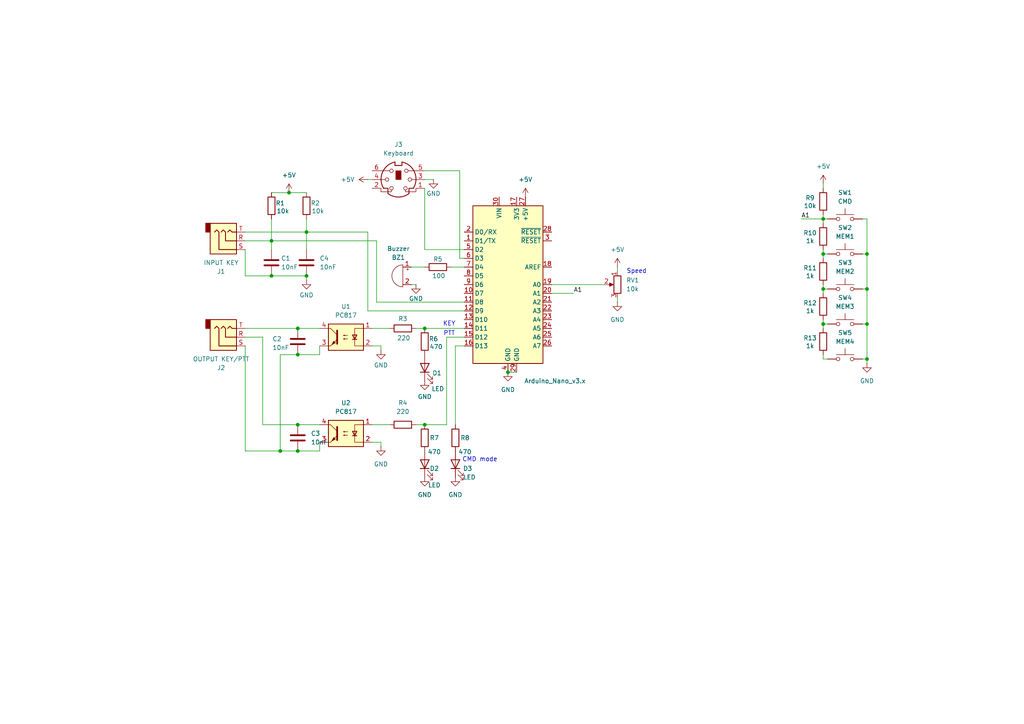
<source format=kicad_sch>
(kicad_sch (version 20250114) (generator "eeschema") (generator_version "9.0")
  (paper "A4")
  (lib_symbols
    (symbol "Connector:Mini-DIN-6" (pin_names (offset 1.016))
      (property "Reference" "J" (at 0 6.35 0))
      (property "Value" "Mini-DIN-6" (at 0 -6.35 0))
      (symbol "Mini-DIN-6_0_1"
        (polyline (pts (xy -4.318 -2.54) (xy -3.048 -2.54) (xy -3.048 -4.064)) (stroke (width 0.254)))
        (polyline (pts (xy -3.81 0) (xy -5.08 0)))
        (circle (center -3.302 0) (radius 0.508))
        (polyline (pts (xy -2.54 2.54) (xy -5.08 2.54)))
        (circle (center -2.032 2.54) (radius 0.508))
        (circle (center -2.032 -2.54) (radius 0.508))
        (polyline (pts (xy -2.032 -3.048) (xy -2.032 -3.556) (xy -5.08 -3.556) (xy -5.08 -2.54)))
        (polyline (pts (xy -1.016 5.08) (xy -1.016 4.064) (xy 1.016 4.064) (xy 1.016 5.08)) (stroke (width 0.254)))
        (rectangle (start -0.762 2.54) (end 0.762 0) (fill (type outline)))
        (arc (start 3.048 -4.064) (mid 0 -5.08) (end -3.048 -4.064) (stroke (width 0.254)))
        (arc (start 1.016 5.08) (mid 4.6646 2.1356) (end 4.318 -2.54) (stroke (width 0.254)))
        (arc (start -4.318 -2.54) (mid -4.6241 2.1181) (end -1.016 5.08) (stroke (width 0.254)))
        (circle (center 2.032 -2.54) (radius 0.508))
        (polyline (pts (xy 2.032 -3.048) (xy 2.032 -3.556) (xy 5.08 -3.556) (xy 5.08 -2.54)))
        (circle (center 2.286 2.54) (radius 0.508))
        (polyline (pts (xy 2.794 2.54) (xy 5.08 2.54)))
        (circle (center 3.302 0) (radius 0.508))
        (polyline (pts (xy 4.318 -2.54) (xy 3.048 -2.54) (xy 3.048 -4.064)) (stroke (width 0.254)))
        (polyline (pts (xy 5.08 0) (xy 3.81 0)))
      )
      (symbol "Mini-DIN-6_1_1"
        (pin passive line (at -7.62 2.54 0) (length 2.54) (name "~") (number "6"))
        (pin passive line (at -7.62 0 0) (length 2.54) (name "~") (number "4"))
        (pin passive line (at -7.62 -2.54 0) (length 2.54) (name "~") (number "2"))
        (pin passive line (at 7.62 2.54 180) (length 2.54) (name "~") (number "5"))
        (pin passive line (at 7.62 0 180) (length 2.54) (name "~") (number "3"))
        (pin passive line (at 7.62 -2.54 180) (length 2.54) (name "~") (number "1"))
      )
    )
    (symbol "Connector_Audio:AudioJack3"
      (property "Reference" "J" (at 0 8.89 0))
      (property "Value" "AudioJack3" (at 0 6.35 0))
      (symbol "AudioJack3_0_1"
        (rectangle (start -5.08 -5.08) (end -6.35 -2.54) (stroke (width 0.254)) (fill (type outline)))
        (polyline (pts (xy -1.905 -2.54) (xy -1.27 -3.175) (xy -0.635 -2.54) (xy -0.635 0) (xy 2.54 0)) (stroke (width 0.254)))
        (polyline (pts (xy 0 -2.54) (xy 0.635 -3.175) (xy 1.27 -2.54) (xy 2.54 -2.54)) (stroke (width 0.254)))
        (rectangle (start 2.54 3.81) (end -5.08 -5.08) (stroke (width 0.254)) (fill (type background)))
        (polyline (pts (xy 2.54 2.54) (xy -2.54 2.54) (xy -2.54 -2.54) (xy -3.175 -3.175) (xy -3.81 -2.54)) (stroke (width 0.254)))
      )
      (symbol "AudioJack3_1_1"
        (pin passive line (at 5.08 2.54 180) (length 2.54) (name "~") (number "S"))
        (pin passive line (at 5.08 0 180) (length 2.54) (name "~") (number "R"))
        (pin passive line (at 5.08 -2.54 180) (length 2.54) (name "~") (number "T"))
      )
    )
    (symbol "Device:Buzzer" (pin_names (offset 0.0254) (hide yes))
      (property "Reference" "BZ" (at 3.81 1.27 0))
      (property "Value" "Buzzer" (at 3.81 -1.27 0))
      (symbol "Buzzer_0_1"
        (polyline (pts (xy -1.651 1.905) (xy -1.143 1.905)))
        (polyline (pts (xy -1.397 2.159) (xy -1.397 1.651)))
        (arc (start 0 3.175) (mid 3.1612 0) (end 0 -3.175))
        (polyline (pts (xy 0 3.175) (xy 0 -3.175)))
      )
      (symbol "Buzzer_1_1"
        (pin passive line (at -2.54 2.54 0) (length 2.54) (name "+") (number "1"))
        (pin passive line (at -2.54 -2.54 0) (length 2.54) (name "-") (number "2"))
      )
    )
    (symbol "Device:C" (pin_numbers (hide yes)) (pin_names (offset 0.254))
      (property "Reference" "C" (at 0.635 2.54 0))
      (property "Value" "C" (at 0.635 -2.54 0))
      (symbol "C_0_1"
        (polyline (pts (xy -2.032 0.762) (xy 2.032 0.762)) (stroke (width 0.508)))
        (polyline (pts (xy -2.032 -0.762) (xy 2.032 -0.762)) (stroke (width 0.508)))
      )
      (symbol "C_1_1"
        (pin passive line (at 0 3.81 270) (length 2.794) (name "~") (number "1"))
        (pin passive line (at 0 -3.81 90) (length 2.794) (name "~") (number "2"))
      )
    )
    (symbol "Device:LED" (pin_numbers (hide yes)) (pin_names (offset 1.016) (hide yes))
      (property "Reference" "D" (at 0 2.54 0))
      (property "Value" "LED" (at 0 -2.54 0))
      (symbol "LED_0_1"
        (polyline (pts (xy -3.048 -0.762) (xy -4.572 -2.286) (xy -3.81 -2.286) (xy -4.572 -2.286) (xy -4.572 -1.524)))
        (polyline (pts (xy -1.778 -0.762) (xy -3.302 -2.286) (xy -2.54 -2.286) (xy -3.302 -2.286) (xy -3.302 -1.524)))
        (polyline (pts (xy -1.27 0) (xy 1.27 0)))
        (polyline (pts (xy -1.27 -1.27) (xy -1.27 1.27)) (stroke (width 0.254)))
        (polyline (pts (xy 1.27 -1.27) (xy 1.27 1.27) (xy -1.27 0) (xy 1.27 -1.27)) (stroke (width 0.254)))
      )
      (symbol "LED_1_1"
        (pin passive line (at -3.81 0 0) (length 2.54) (name "K") (number "1"))
        (pin passive line (at 3.81 0 180) (length 2.54) (name "A") (number "2"))
      )
    )
    (symbol "Device:R" (pin_numbers (hide yes)) (pin_names (offset 0))
      (property "Reference" "R" (at 2.032 0 90))
      (property "Value" "R" (at 0 0 90))
      (symbol "R_0_1"
        (rectangle (start -1.016 -2.54) (end 1.016 2.54) (stroke (width 0.254)))
      )
      (symbol "R_1_1"
        (pin passive line (at 0 3.81 270) (length 1.27) (name "~") (number "1"))
        (pin passive line (at 0 -3.81 90) (length 1.27) (name "~") (number "2"))
      )
    )
    (symbol "Device:R_Potentiometer" (pin_names (offset 1.016) (hide yes))
      (property "Reference" "RV" (at -4.445 0 90))
      (property "Value" "R_Potentiometer" (at -2.54 0 90))
      (symbol "R_Potentiometer_0_1"
        (rectangle (start 1.016 2.54) (end -1.016 -2.54) (stroke (width 0.254)))
        (polyline (pts (xy 1.143 0) (xy 2.286 0.508) (xy 2.286 -0.508) (xy 1.143 0)) (fill (type outline)))
        (polyline (pts (xy 2.54 0) (xy 1.524 0)))
      )
      (symbol "R_Potentiometer_1_1"
        (pin passive line (at 0 3.81 270) (length 1.27) (name "1") (number "1"))
        (pin passive line (at 0 -3.81 90) (length 1.27) (name "3") (number "3"))
        (pin passive line (at 3.81 0 180) (length 1.27) (name "2") (number "2"))
      )
    )
    (symbol "Isolator:PC817" (pin_names (offset 1.016))
      (property "Reference" "U" (at -5.08 5.08 0))
      (property "Value" "PC817" (at 0 5.08 0))
      (symbol "PC817_0_1"
        (rectangle (start -5.08 3.81) (end 5.08 -3.81) (stroke (width 0.254)) (fill (type background)))
        (polyline (pts (xy -5.08 2.54) (xy -2.54 2.54) (xy -2.54 -0.635)))
        (polyline (pts (xy -3.175 -0.635) (xy -1.905 -0.635)) (stroke (width 0.254)))
        (polyline (pts (xy -2.54 -0.635) (xy -2.54 -2.54) (xy -5.08 -2.54)))
        (polyline (pts (xy -2.54 -0.635) (xy -3.175 0.635) (xy -1.905 0.635) (xy -2.54 -0.635)) (stroke (width 0.254)))
        (polyline (pts (xy -0.508 0.508) (xy 0.762 0.508) (xy 0.381 0.381) (xy 0.381 0.635) (xy 0.762 0.508)))
        (polyline (pts (xy -0.508 -0.508) (xy 0.762 -0.508) (xy 0.381 -0.635) (xy 0.381 -0.381) (xy 0.762 -0.508)))
        (polyline (pts (xy 2.54 1.905) (xy 2.54 -1.905) (xy 2.54 -1.905)) (stroke (width 0.508)))
        (polyline (pts (xy 2.54 0.635) (xy 4.445 2.54)))
        (polyline (pts (xy 3.048 -1.651) (xy 3.556 -1.143) (xy 4.064 -2.159) (xy 3.048 -1.651) (xy 3.048 -1.651)) (fill (type outline)))
        (polyline (pts (xy 4.445 2.54) (xy 5.08 2.54)))
        (polyline (pts (xy 4.445 -2.54) (xy 2.54 -0.635)) (fill (type outline)))
        (polyline (pts (xy 4.445 -2.54) (xy 5.08 -2.54)))
      )
      (symbol "PC817_1_1"
        (pin passive line (at -7.62 2.54 0) (length 2.54) (name "~") (number "1"))
        (pin passive line (at -7.62 -2.54 0) (length 2.54) (name "~") (number "2"))
        (pin passive line (at 7.62 2.54 180) (length 2.54) (name "~") (number "4"))
        (pin passive line (at 7.62 -2.54 180) (length 2.54) (name "~") (number "3"))
      )
    )
    (symbol "MCU_Module:Arduino_Nano_v3.x"
      (property "Reference" "A" (at -10.16 23.495 0))
      (property "Value" "Arduino_Nano_v3.x" (at 5.08 -24.13 0))
      (symbol "Arduino_Nano_v3.x_0_1"
        (rectangle (start -10.16 22.86) (end 10.16 -22.86) (stroke (width 0.254)) (fill (type background)))
      )
      (symbol "Arduino_Nano_v3.x_1_1"
        (pin bidirectional line (at -12.7 15.24 0) (length 2.54) (name "D0/RX") (number "2"))
        (pin bidirectional line (at -12.7 12.7 0) (length 2.54) (name "D1/TX") (number "1"))
        (pin bidirectional line (at -12.7 10.16 0) (length 2.54) (name "D2") (number "5"))
        (pin bidirectional line (at -12.7 7.62 0) (length 2.54) (name "D3") (number "6"))
        (pin bidirectional line (at -12.7 5.08 0) (length 2.54) (name "D4") (number "7"))
        (pin bidirectional line (at -12.7 2.54 0) (length 2.54) (name "D5") (number "8"))
        (pin bidirectional line (at -12.7 0 0) (length 2.54) (name "D6") (number "9"))
        (pin bidirectional line (at -12.7 -2.54 0) (length 2.54) (name "D7") (number "10"))
        (pin bidirectional line (at -12.7 -5.08 0) (length 2.54) (name "D8") (number "11"))
        (pin bidirectional line (at -12.7 -7.62 0) (length 2.54) (name "D9") (number "12"))
        (pin bidirectional line (at -12.7 -10.16 0) (length 2.54) (name "D10") (number "13"))
        (pin bidirectional line (at -12.7 -12.7 0) (length 2.54) (name "D11") (number "14"))
        (pin bidirectional line (at -12.7 -15.24 0) (length 2.54) (name "D12") (number "15"))
        (pin bidirectional line (at -12.7 -17.78 0) (length 2.54) (name "D13") (number "16"))
        (pin power_in line (at -2.54 25.4 270) (length 2.54) (name "VIN") (number "30"))
        (pin power_in line (at 0 -25.4 90) (length 2.54) (name "GND") (number "4"))
        (pin power_out line (at 2.54 25.4 270) (length 2.54) (name "3V3") (number "17"))
        (pin power_in line (at 2.54 -25.4 90) (length 2.54) (name "GND") (number "29"))
        (pin power_out line (at 5.08 25.4 270) (length 2.54) (name "+5V") (number "27"))
        (pin input line (at 12.7 15.24 180) (length 2.54) (name "~{RESET}") (number "28"))
        (pin input line (at 12.7 12.7 180) (length 2.54) (name "~{RESET}") (number "3"))
        (pin input line (at 12.7 5.08 180) (length 2.54) (name "AREF") (number "18"))
        (pin bidirectional line (at 12.7 0 180) (length 2.54) (name "A0") (number "19"))
        (pin bidirectional line (at 12.7 -2.54 180) (length 2.54) (name "A1") (number "20"))
        (pin bidirectional line (at 12.7 -5.08 180) (length 2.54) (name "A2") (number "21"))
        (pin bidirectional line (at 12.7 -7.62 180) (length 2.54) (name "A3") (number "22"))
        (pin bidirectional line (at 12.7 -10.16 180) (length 2.54) (name "A4") (number "23"))
        (pin bidirectional line (at 12.7 -12.7 180) (length 2.54) (name "A5") (number "24"))
        (pin bidirectional line (at 12.7 -15.24 180) (length 2.54) (name "A6") (number "25"))
        (pin bidirectional line (at 12.7 -17.78 180) (length 2.54) (name "A7") (number "26"))
      )
    )
    (symbol "Switch:SW_Push" (pin_numbers (hide yes)) (pin_names (offset 1.016) (hide yes))
      (property "Reference" "SW" (at 1.27 2.54 0))
      (property "Value" "SW_Push" (at 0 -1.524 0))
      (symbol "SW_Push_0_1"
        (circle (center -2.032 0) (radius 0.508))
        (polyline (pts (xy 0 1.27) (xy 0 3.048)))
        (circle (center 2.032 0) (radius 0.508))
        (polyline (pts (xy 2.54 1.27) (xy -2.54 1.27)))
        (pin passive line (at -5.08 0 0) (length 2.54) (name "1") (number "1"))
        (pin passive line (at 5.08 0 180) (length 2.54) (name "2") (number "2"))
      )
    )
    (symbol "power:+5V" (power) (pin_numbers (hide yes)) (pin_names (offset 0) (hide yes))
      (property "Value" "+5V" (at 0 3.556 0))
      (symbol "+5V_0_1"
        (polyline (pts (xy -0.762 1.27) (xy 0 2.54)))
        (polyline (pts (xy 0 2.54) (xy 0.762 1.27)))
        (polyline (pts (xy 0 0) (xy 0 2.54)))
      )
      (symbol "+5V_1_1"
        (pin power_in line (at 0 0 90) (length 0) (name "~") (number "1"))
      )
    )
    (symbol "power:GND" (power) (pin_numbers (hide yes)) (pin_names (offset 0) (hide yes))
      (property "Value" "GND" (at 0 -3.81 0))
      (symbol "GND_0_1"
        (polyline (pts (xy 0 0) (xy 0 -1.27) (xy 1.27 -1.27) (xy 0 -2.54) (xy -1.27 -1.27) (xy 0 -1.27)))
      )
      (symbol "GND_1_1"
        (pin power_in line (at 0 0 270) (length 0) (name "~") (number "1"))
      )
    )
  )
  (text "KEY" (at 130.302 93.98 0) (effects (font (size 1.27 1.27))))
  (text "CMD mode" (at 139.192 133.35 0) (effects (font (size 1.27 1.27))))
  (text "PTT" (at 130.302 96.774 0) (effects (font (size 1.27 1.27))))
  (text "Speed\n" (at 184.658 78.74 0) (effects (font (size 1.27 1.27))))
  (junction (at 78.74 69.85))
  (junction (at 251.46 93.98))
  (junction (at 238.76 93.98))
  (junction (at 123.19 95.25))
  (junction (at 86.36 102.87))
  (junction (at 147.32 107.95))
  (junction (at 88.9 67.31))
  (junction (at 123.19 123.19))
  (junction (at 238.76 83.82))
  (junction (at 86.36 130.81))
  (junction (at 251.46 104.14))
  (junction (at 238.76 73.66))
  (junction (at 86.36 123.19))
  (junction (at 86.36 95.25))
  (junction (at 81.28 130.81))
  (junction (at 78.74 80.01))
  (junction (at 251.46 73.66))
  (junction (at 83.82 55.88))
  (junction (at 238.76 63.5))
  (junction (at 251.46 83.82))
  (junction (at 88.9 80.01))
  (wire (pts (xy 123.19 49.53) (xy 133.35 49.53)))
  (wire (pts (xy 133.35 74.93) (xy 134.62 74.93)))
  (wire (pts (xy 232.41 63.5) (xy 238.76 63.5)))
  (wire (pts (xy 86.36 95.25) (xy 92.71 95.25)))
  (wire (pts (xy 88.9 63.5) (xy 88.9 67.31)))
  (wire (pts (xy 251.46 104.14) (xy 250.19 104.14)))
  (wire (pts (xy 78.74 69.85) (xy 78.74 72.39)))
  (wire (pts (xy 251.46 63.5) (xy 250.19 63.5)))
  (wire (pts (xy 81.28 102.87) (xy 86.36 102.87)))
  (wire (pts (xy 238.76 104.14) (xy 238.76 102.87)))
  (wire (pts (xy 113.03 95.25) (xy 107.95 95.25)))
  (wire (pts (xy 179.07 86.36) (xy 179.07 87.63)))
  (wire (pts (xy 106.68 52.07) (xy 107.95 52.07)))
  (wire (pts (xy 76.2 97.79) (xy 76.2 123.19)))
  (wire (pts (xy 123.19 123.19) (xy 120.65 123.19)))
  (wire (pts (xy 251.46 83.82) (xy 251.46 93.98)))
  (wire (pts (xy 92.71 123.19) (xy 86.36 123.19)))
  (wire (pts (xy 251.46 73.66) (xy 250.19 73.66)))
  (wire (pts (xy 251.46 83.82) (xy 250.19 83.82)))
  (wire (pts (xy 123.19 54.61) (xy 123.19 72.39)))
  (wire (pts (xy 238.76 63.5) (xy 238.76 64.77)))
  (wire (pts (xy 81.28 102.87) (xy 81.28 130.81)))
  (wire (pts (xy 133.35 49.53) (xy 133.35 74.93)))
  (wire (pts (xy 238.76 72.39) (xy 238.76 73.66)))
  (wire (pts (xy 71.12 100.33) (xy 71.12 130.81)))
  (wire (pts (xy 251.46 93.98) (xy 251.46 104.14)))
  (wire (pts (xy 123.19 52.07) (xy 125.73 52.07)))
  (wire (pts (xy 106.68 90.17) (xy 134.62 90.17)))
  (wire (pts (xy 238.76 92.71) (xy 238.76 93.98)))
  (wire (pts (xy 238.76 62.23) (xy 238.76 63.5)))
  (wire (pts (xy 78.74 63.5) (xy 78.74 69.85)))
  (wire (pts (xy 71.12 97.79) (xy 76.2 97.79)))
  (wire (pts (xy 119.38 82.55) (xy 120.65 82.55)))
  (wire (pts (xy 119.38 77.47) (xy 123.19 77.47)))
  (wire (pts (xy 123.19 95.25) (xy 134.62 95.25)))
  (wire (pts (xy 251.46 93.98) (xy 250.19 93.98)))
  (wire (pts (xy 160.02 82.55) (xy 175.26 82.55)))
  (wire (pts (xy 240.03 104.14) (xy 238.76 104.14)))
  (wire (pts (xy 113.03 123.19) (xy 107.95 123.19)))
  (wire (pts (xy 130.81 77.47) (xy 134.62 77.47)))
  (wire (pts (xy 238.76 82.55) (xy 238.76 83.82)))
  (wire (pts (xy 71.12 69.85) (xy 78.74 69.85)))
  (wire (pts (xy 123.19 72.39) (xy 134.62 72.39)))
  (wire (pts (xy 88.9 80.01) (xy 88.9 81.28)))
  (wire (pts (xy 238.76 63.5) (xy 240.03 63.5)))
  (wire (pts (xy 134.62 97.79) (xy 129.54 97.79)))
  (wire (pts (xy 251.46 63.5) (xy 251.46 73.66)))
  (wire (pts (xy 238.76 73.66) (xy 240.03 73.66)))
  (wire (pts (xy 71.12 95.25) (xy 86.36 95.25)))
  (wire (pts (xy 92.71 102.87) (xy 86.36 102.87)))
  (wire (pts (xy 78.74 80.01) (xy 88.9 80.01)))
  (wire (pts (xy 123.19 123.19) (xy 129.54 123.19)))
  (wire (pts (xy 160.02 85.09) (xy 166.37 85.09)))
  (wire (pts (xy 109.22 87.63) (xy 134.62 87.63)))
  (wire (pts (xy 92.71 130.81) (xy 92.71 128.27)))
  (wire (pts (xy 179.07 77.47) (xy 179.07 78.74)))
  (wire (pts (xy 110.49 128.27) (xy 110.49 129.54)))
  (wire (pts (xy 78.74 55.88) (xy 83.82 55.88)))
  (wire (pts (xy 109.22 69.85) (xy 109.22 87.63)))
  (wire (pts (xy 120.65 95.25) (xy 123.19 95.25)))
  (wire (pts (xy 86.36 123.19) (xy 76.2 123.19)))
  (wire (pts (xy 71.12 72.39) (xy 71.12 80.01)))
  (wire (pts (xy 132.08 100.33) (xy 132.08 123.19)))
  (wire (pts (xy 251.46 73.66) (xy 251.46 83.82)))
  (wire (pts (xy 71.12 80.01) (xy 78.74 80.01)))
  (wire (pts (xy 238.76 93.98) (xy 240.03 93.98)))
  (wire (pts (xy 83.82 55.88) (xy 88.9 55.88)))
  (wire (pts (xy 238.76 83.82) (xy 240.03 83.82)))
  (wire (pts (xy 110.49 128.27) (xy 107.95 128.27)))
  (wire (pts (xy 81.28 130.81) (xy 86.36 130.81)))
  (wire (pts (xy 238.76 93.98) (xy 238.76 95.25)))
  (wire (pts (xy 106.68 67.31) (xy 88.9 67.31)))
  (wire (pts (xy 251.46 104.14) (xy 251.46 105.41)))
  (wire (pts (xy 71.12 67.31) (xy 88.9 67.31)))
  (wire (pts (xy 92.71 102.87) (xy 92.71 100.33)))
  (wire (pts (xy 132.08 100.33) (xy 134.62 100.33)))
  (wire (pts (xy 106.68 67.31) (xy 106.68 90.17)))
  (wire (pts (xy 88.9 67.31) (xy 88.9 72.39)))
  (wire (pts (xy 71.12 130.81) (xy 81.28 130.81)))
  (wire (pts (xy 129.54 97.79) (xy 129.54 123.19)))
  (wire (pts (xy 86.36 130.81) (xy 92.71 130.81)))
  (wire (pts (xy 147.32 107.95) (xy 149.86 107.95)))
  (wire (pts (xy 110.49 101.6) (xy 110.49 100.33)))
  (wire (pts (xy 110.49 100.33) (xy 107.95 100.33)))
  (wire (pts (xy 238.76 83.82) (xy 238.76 85.09)))
  (wire (pts (xy 238.76 73.66) (xy 238.76 74.93)))
  (wire (pts (xy 78.74 69.85) (xy 109.22 69.85)))
  (wire (pts (xy 238.76 53.34) (xy 238.76 54.61)))
  (label "A1" (at 232.41 63.5 0))
  (label "A1" (at 166.37 85.09 0))
  (symbol (lib_id "power:GND") (at 110.49 129.54 0) (mirror y) (unit 1)
    (property "Reference" "#PWR04" (effects (hide yes)))
    (property "Value" "GND" (at 110.49 134.62 0))
    (property "Description" "Power symbol creates a global label with name \"GND\" , ground" (effects (hide yes)))
  )
  (symbol (lib_id "power:GND") (at 88.9 81.28 0) (mirror y) (unit 1)
    (property "Reference" "#PWR02" (effects (hide yes)))
    (property "Value" "GND" (at 88.9 85.598 0))
    (property "Description" "Power symbol creates a global label with name \"GND\" , ground" (effects (hide yes)))
  )
  (symbol (lib_id "Isolator:PC817") (at 100.33 97.79 0) (mirror y) (unit 1)
    (property "Reference" "U1" (at 100.33 88.9 0))
    (property "Value" "PC817" (at 100.33 91.44 0))
    (property "Footprint" "Package_DIP:DIP-4_W7.62mm" (effects (hide yes)))
    (property "Datasheet" "http://www.soselectronic.cz/a_info/resource/d/pc817.pdf" (effects (hide yes)))
    (property "Description" "DC Optocoupler, Vce 35V, CTR 50-300%, DIP-4" (effects (hide yes)))
  )
  (symbol (lib_id "Device:R") (at 123.19 99.06 0) (mirror x) (unit 1)
    (property "Reference" "R6" (at 125.73 98.298 0))
    (property "Value" "470" (at 126.492 100.584 0))
    (property "Footprint" "Resistor_THT:R_Axial_DIN0204_L3.6mm_D1.6mm_P5.08mm_Vertical" (effects (hide yes)))
    (property "Description" "Resistor" (effects (hide yes)))
  )
  (symbol (lib_id "Switch:SW_Push") (at 245.11 63.5 0) (unit 1)
    (property "Reference" "SW1" (at 245.11 55.88 0))
    (property "Value" "CMD" (at 245.11 58.42 0))
    (property "Footprint" "Button_Switch_THT:SW_SPST_Omron_B3F-50xx" (effects (hide yes)))
    (property "Description" "Push button switch, generic, two pins" (effects (hide yes)))
  )
  (symbol (lib_id "Device:Buzzer") (at 116.84 80.01 0) (mirror y) (unit 1)
    (property "Reference" "BZ1" (at 115.57 74.676 0))
    (property "Value" "Buzzer" (at 115.57 72.136 0))
    (property "Footprint" "Buzzer_Beeper:Buzzer_12x9.5RM7.6" (effects (hide yes)))
    (property "Description" "Buzzer, polarized" (effects (hide yes)))
  )
  (symbol (lib_id "power:GND") (at 179.07 87.63 0) (unit 1)
    (property "Reference" "#PWR012" (effects (hide yes)))
    (property "Value" "GND" (at 179.07 92.71 0))
    (property "Description" "Power symbol creates a global label with name \"GND\" , ground" (effects (hide yes)))
  )
  (symbol (lib_id "Device:C") (at 88.9 76.2 0) (unit 1)
    (property "Reference" "C4" (at 92.71 74.9299 0) (effects (justify left)))
    (property "Value" "10nF" (at 92.71 77.4699 0) (effects (justify left)))
    (property "Footprint" "Capacitor_THT:C_Disc_D5.0mm_W2.5mm_P2.50mm" (effects (hide yes)))
    (property "Description" "Unpolarized capacitor" (effects (hide yes)))
  )
  (symbol (lib_id "Device:R") (at 238.76 78.74 0) (mirror x) (unit 1)
    (property "Reference" "R11" (at 234.95 77.724 0))
    (property "Value" "1k" (at 234.95 80.01 0))
    (property "Footprint" "Resistor_THT:R_Axial_DIN0207_L6.3mm_D2.5mm_P10.16mm_Horizontal" (effects (hide yes)))
    (property "Description" "Resistor" (effects (hide yes)))
  )
  (symbol (lib_id "Switch:SW_Push") (at 245.11 104.14 0) (unit 1)
    (property "Reference" "SW5" (at 245.11 96.52 0))
    (property "Value" "MEM4" (at 245.11 99.06 0))
    (property "Footprint" "Button_Switch_THT:SW_SPST_Omron_B3F-50xx" (effects (hide yes)))
    (property "Description" "Push button switch, generic, two pins" (effects (hide yes)))
  )
  (symbol (lib_id "power:GND") (at 123.19 110.49 0) (unit 1)
    (property "Reference" "#PWR06" (effects (hide yes)))
    (property "Value" "GND" (at 123.19 115.062 0))
    (property "Description" "Power symbol creates a global label with name \"GND\" , ground" (effects (hide yes)))
  )
  (symbol (lib_id "Switch:SW_Push") (at 245.11 93.98 0) (unit 1)
    (property "Reference" "SW4" (at 245.11 86.36 0))
    (property "Value" "MEM3" (at 245.11 88.9 0))
    (property "Footprint" "Button_Switch_THT:SW_SPST_Omron_B3F-50xx" (effects (hide yes)))
    (property "Description" "Push button switch, generic, two pins" (effects (hide yes)))
  )
  (symbol (lib_id "power:GND") (at 123.19 138.43 0) (unit 1)
    (property "Reference" "#PWR07" (effects (hide yes)))
    (property "Value" "GND" (at 123.19 143.51 0))
    (property "Description" "Power symbol creates a global label with name \"GND\" , ground" (effects (hide yes)))
  )
  (symbol (lib_id "Device:R") (at 238.76 99.06 0) (mirror x) (unit 1)
    (property "Reference" "R13" (at 234.95 98.044 0))
    (property "Value" "1k" (at 234.95 100.33 0))
    (property "Footprint" "Resistor_THT:R_Axial_DIN0207_L6.3mm_D2.5mm_P10.16mm_Horizontal" (effects (hide yes)))
    (property "Description" "Resistor" (effects (hide yes)))
  )
  (symbol (lib_id "Device:LED") (at 132.08 134.62 90) (unit 1)
    (property "Reference" "D3" (at 135.636 135.89 90))
    (property "Value" "LED" (at 136.144 138.43 90))
    (property "Footprint" "LED_THT:LED_D3.0mm" (effects (hide yes)))
    (property "Description" "Light emitting diode" (effects (hide yes)))
  )
  (symbol (lib_id "Device:R") (at 88.9 59.69 0) (mirror x) (unit 1)
    (property "Reference" "R2" (at 91.44 58.928 0))
    (property "Value" "10k" (at 92.202 61.214 0))
    (property "Footprint" "Resistor_THT:R_Axial_DIN0204_L3.6mm_D1.6mm_P5.08mm_Vertical" (effects (hide yes)))
    (property "Description" "Resistor" (effects (hide yes)))
  )
  (symbol (lib_id "Device:C") (at 86.36 127 0) (unit 1)
    (property "Reference" "C3" (at 90.17 125.7299 0) (effects (justify left)))
    (property "Value" "10nF" (at 90.17 128.2699 0) (effects (justify left)))
    (property "Footprint" "Capacitor_THT:C_Disc_D5.0mm_W2.5mm_P2.50mm" (effects (hide yes)))
    (property "Description" "Unpolarized capacitor" (effects (hide yes)))
  )
  (symbol (lib_id "Connector:Mini-DIN-6") (at 115.57 52.07 0) (unit 1)
    (property "Reference" "J3" (at 115.5877 41.91 0))
    (property "Value" "Keyboard" (at 115.5877 44.45 0))
    (property "Footprint" "Footprints:Connector_Mini-DIN_Female_6Pin_2rows" (effects (hide yes)))
    (property "Datasheet" "http://service.powerdynamics.com/ec/Catalog17/Section%2011.pdf" (effects (hide yes)))
    (property "Description" "6-pin Mini-DIN connector" (effects (hide yes)))
  )
  (symbol (lib_id "power:+5V") (at 106.68 52.07 90) (unit 1)
    (property "Reference" "#PWR015" (effects (hide yes)))
    (property "Value" "+5V" (at 102.87 52.0699 90) (effects (justify left)))
    (property "Description" "Power symbol creates a global label with name \"+5V\"" (effects (hide yes)))
  )
  (symbol (lib_id "Device:C") (at 78.74 76.2 0) (unit 1)
    (property "Reference" "C1" (at 81.534 74.93 0) (effects (justify left)))
    (property "Value" "10nF" (at 81.534 77.47 0) (effects (justify left)))
    (property "Footprint" "Capacitor_THT:C_Disc_D5.0mm_W2.5mm_P2.50mm" (effects (hide yes)))
    (property "Description" "Unpolarized capacitor" (effects (hide yes)))
  )
  (symbol (lib_id "power:GND") (at 132.08 138.43 0) (unit 1)
    (property "Reference" "#PWR08" (effects (hide yes)))
    (property "Value" "GND" (at 132.08 143.51 0))
    (property "Description" "Power symbol creates a global label with name \"GND\" , ground" (effects (hide yes)))
  )
  (symbol (lib_id "power:+5V") (at 179.07 77.47 0) (unit 1)
    (property "Reference" "#PWR011" (effects (hide yes)))
    (property "Value" "+5V" (at 179.07 72.39 0))
    (property "Description" "Power symbol creates a global label with name \"+5V\"" (effects (hide yes)))
  )
  (symbol (lib_id "Device:C") (at 86.36 99.06 0) (unit 1)
    (property "Reference" "C2" (at 78.994 98.298 0) (effects (justify left)))
    (property "Value" "10nF" (at 78.994 100.838 0) (effects (justify left)))
    (property "Footprint" "Capacitor_THT:C_Disc_D5.0mm_W2.5mm_P2.50mm" (effects (hide yes)))
    (property "Description" "Unpolarized capacitor" (effects (hide yes)))
  )
  (symbol (lib_id "power:+5V") (at 83.82 55.88 0) (unit 1)
    (property "Reference" "#PWR01" (effects (hide yes)))
    (property "Value" "+5V" (at 83.82 50.8 0))
    (property "Description" "Power symbol creates a global label with name \"+5V\"" (effects (hide yes)))
  )
  (symbol (lib_id "Connector_Audio:AudioJack3") (at 66.04 97.79 0) (mirror x) (unit 1)
    (property "Reference" "J2" (at 64.135 106.68 0))
    (property "Value" "OUTPUT KEY/PTT" (at 64.135 104.14 0))
    (property "Footprint" "Connector_Audio:Jack_3.5mm_CUI_SJ1-3525N_Horizontal" (effects (hide yes)))
    (property "Description" "Audio Jack, 3 Poles (Stereo / TRS)" (effects (hide yes)))
  )
  (symbol (lib_id "power:+5V") (at 238.76 53.34 0) (unit 1)
    (property "Reference" "#PWR013" (effects (hide yes)))
    (property "Value" "+5V" (at 238.76 48.26 0))
    (property "Description" "Power symbol creates a global label with name \"+5V\"" (effects (hide yes)))
  )
  (symbol (lib_id "Device:R") (at 116.84 95.25 270) (mirror x) (unit 1)
    (property "Reference" "R3" (at 116.84 92.456 90))
    (property "Value" "220" (at 117.094 98.044 90))
    (property "Footprint" "Resistor_THT:R_Axial_DIN0204_L3.6mm_D1.6mm_P5.08mm_Vertical" (effects (hide yes)))
    (property "Description" "Resistor" (effects (hide yes)))
  )
  (symbol (lib_id "power:+5V") (at 152.4 57.15 0) (unit 1)
    (property "Reference" "#PWR010" (effects (hide yes)))
    (property "Value" "+5V" (at 152.4 52.07 0))
    (property "Description" "Power symbol creates a global label with name \"+5V\"" (effects (hide yes)))
  )
  (symbol (lib_id "Switch:SW_Push") (at 245.11 83.82 0) (unit 1)
    (property "Reference" "SW3" (at 245.11 76.2 0))
    (property "Value" "MEM2" (at 245.11 78.74 0))
    (property "Footprint" "Button_Switch_THT:SW_SPST_Omron_B3F-50xx" (effects (hide yes)))
    (property "Description" "Push button switch, generic, two pins" (effects (hide yes)))
  )
  (symbol (lib_id "Device:R") (at 238.76 58.42 0) (mirror x) (unit 1)
    (property "Reference" "R9" (at 234.95 57.404 0))
    (property "Value" "10k" (at 234.95 59.69 0))
    (property "Footprint" "Resistor_THT:R_Axial_DIN0207_L6.3mm_D2.5mm_P10.16mm_Horizontal" (effects (hide yes)))
    (property "Description" "Resistor" (effects (hide yes)))
  )
  (symbol (lib_id "power:GND") (at 110.49 101.6 0) (mirror y) (unit 1)
    (property "Reference" "#PWR03" (effects (hide yes)))
    (property "Value" "GND" (at 110.49 105.918 0))
    (property "Description" "Power symbol creates a global label with name \"GND\" , ground" (effects (hide yes)))
  )
  (symbol (lib_id "Device:R") (at 238.76 88.9 0) (mirror x) (unit 1)
    (property "Reference" "R12" (at 234.95 87.884 0))
    (property "Value" "1k" (at 234.95 90.17 0))
    (property "Footprint" "Resistor_THT:R_Axial_DIN0207_L6.3mm_D2.5mm_P10.16mm_Horizontal" (effects (hide yes)))
    (property "Description" "Resistor" (effects (hide yes)))
  )
  (symbol (lib_id "Device:R") (at 238.76 68.58 0) (mirror x) (unit 1)
    (property "Reference" "R10" (at 234.95 67.564 0))
    (property "Value" "1k" (at 234.95 69.85 0))
    (property "Footprint" "Resistor_THT:R_Axial_DIN0207_L6.3mm_D2.5mm_P10.16mm_Horizontal" (effects (hide yes)))
    (property "Description" "Resistor" (effects (hide yes)))
  )
  (symbol (lib_id "Device:LED") (at 123.19 134.62 90) (unit 1)
    (property "Reference" "D2" (at 125.984 135.89 90))
    (property "Value" "LED" (at 125.984 140.716 90))
    (property "Footprint" "LED_THT:LED_D3.0mm" (effects (hide yes)))
    (property "Description" "Light emitting diode" (effects (hide yes)))
  )
  (symbol (lib_id "power:GND") (at 147.32 107.95 0) (unit 1)
    (property "Reference" "#PWR09" (effects (hide yes)))
    (property "Value" "GND" (at 147.32 113.03 0))
    (property "Description" "Power symbol creates a global label with name \"GND\" , ground" (effects (hide yes)))
  )
  (symbol (lib_id "power:GND") (at 120.65 82.55 0) (unit 1)
    (property "Reference" "#PWR05" (effects (hide yes)))
    (property "Value" "GND" (at 120.65 86.614 0))
    (property "Description" "Power symbol creates a global label with name \"GND\" , ground" (effects (hide yes)))
  )
  (symbol (lib_id "Device:R") (at 132.08 127 0) (mirror x) (unit 1)
    (property "Reference" "R8" (at 134.874 127 0))
    (property "Value" "470" (at 134.874 131.064 0))
    (property "Footprint" "Resistor_THT:R_Axial_DIN0204_L3.6mm_D1.6mm_P5.08mm_Vertical" (effects (hide yes)))
    (property "Description" "Resistor" (effects (hide yes)))
  )
  (symbol (lib_id "Device:LED") (at 123.19 106.68 90) (unit 1)
    (property "Reference" "D1" (at 126.746 108.204 90))
    (property "Value" "LED" (at 127 112.776 90))
    (property "Footprint" "LED_THT:LED_D3.0mm" (effects (hide yes)))
    (property "Description" "Light emitting diode" (effects (hide yes)))
  )
  (symbol (lib_id "power:GND") (at 125.73 52.07 0) (unit 1)
    (property "Reference" "#PWR016" (effects (hide yes)))
    (property "Value" "GND" (at 125.73 56.134 0))
    (property "Description" "Power symbol creates a global label with name \"GND\" , ground" (effects (hide yes)))
  )
  (symbol (lib_id "power:GND") (at 251.46 105.41 0) (unit 1)
    (property "Reference" "#PWR014" (effects (hide yes)))
    (property "Value" "GND" (at 251.46 110.49 0))
    (property "Description" "Power symbol creates a global label with name \"GND\" , ground" (effects (hide yes)))
  )
  (symbol (lib_id "Connector_Audio:AudioJack3") (at 66.04 69.85 0) (mirror x) (unit 1)
    (property "Reference" "J1" (at 64.135 78.74 0))
    (property "Value" "INPUT KEY" (at 64.135 76.2 0))
    (property "Footprint" "Connector_Audio:Jack_3.5mm_CUI_SJ1-3525N_Horizontal" (effects (hide yes)))
    (property "Description" "Audio Jack, 3 Poles (Stereo / TRS)" (effects (hide yes)))
  )
  (symbol (lib_id "Isolator:PC817") (at 100.33 125.73 0) (mirror y) (unit 1)
    (property "Reference" "U2" (at 100.33 116.84 0))
    (property "Value" "PC817" (at 100.33 119.38 0))
    (property "Footprint" "Package_DIP:DIP-4_W7.62mm" (effects (hide yes)))
    (property "Datasheet" "http://www.soselectronic.cz/a_info/resource/d/pc817.pdf" (effects (hide yes)))
    (property "Description" "DC Optocoupler, Vce 35V, CTR 50-300%, DIP-4" (effects (hide yes)))
  )
  (symbol (lib_id "Switch:SW_Push") (at 245.11 73.66 0) (unit 1)
    (property "Reference" "SW2" (at 245.11 66.04 0))
    (property "Value" "MEM1" (at 245.11 68.58 0))
    (property "Footprint" "Button_Switch_THT:SW_SPST_Omron_B3F-50xx" (effects (hide yes)))
    (property "Description" "Push button switch, generic, two pins" (effects (hide yes)))
  )
  (symbol (lib_id "MCU_Module:Arduino_Nano_v3.x") (at 147.32 82.55 0) (unit 1)
    (property "Reference" "A1" (effects (hide yes)))
    (property "Value" "Arduino_Nano_v3.x" (at 152.0541 110.49 0) (effects (justify left)))
    (property "Footprint" "Module:Arduino_Nano" (effects (hide yes)))
    (property "Datasheet" "http://www.mouser.com/pdfdocs/Gravitech_Arduino_Nano3_0.pdf" (effects (hide yes)))
    (property "Description" "Arduino Nano v3.x" (effects (hide yes)))
  )
  (symbol (lib_id "Device:R") (at 123.19 127 0) (mirror x) (unit 1)
    (property "Reference" "R7" (at 125.984 127 0))
    (property "Value" "470" (at 125.984 131.064 0))
    (property "Footprint" "Resistor_THT:R_Axial_DIN0204_L3.6mm_D1.6mm_P5.08mm_Vertical" (effects (hide yes)))
    (property "Description" "Resistor" (effects (hide yes)))
  )
  (symbol (lib_id "Device:R_Potentiometer") (at 179.07 82.55 0) (mirror y) (unit 1)
    (property "Reference" "RV1" (at 181.61 81.28 0) (effects (justify right)))
    (property "Value" "10k" (at 181.61 83.82 0) (effects (justify right)))
    (property "Footprint" "Potentiometer_THT:Potentiometer_Alpha_RD901F-40-00D_Single_Vertical" (effects (hide yes)))
    (property "Description" "Potentiometer" (effects (hide yes)))
  )
  (symbol (lib_id "Device:R") (at 127 77.47 270) (mirror x) (unit 1)
    (property "Reference" "R5" (at 127 75.184 90))
    (property "Value" "100" (at 127.254 80.01 90))
    (property "Footprint" "Resistor_THT:R_Axial_DIN0204_L3.6mm_D1.6mm_P5.08mm_Vertical" (effects (hide yes)))
    (property "Description" "Resistor" (effects (hide yes)))
  )
  (symbol (lib_id "Device:R") (at 78.74 59.69 0) (mirror x) (unit 1)
    (property "Reference" "R1" (at 81.28 58.928 0))
    (property "Value" "10k" (at 82.042 61.214 0))
    (property "Footprint" "Resistor_THT:R_Axial_DIN0204_L3.6mm_D1.6mm_P5.08mm_Vertical" (effects (hide yes)))
    (property "Description" "Resistor" (effects (hide yes)))
  )
  (symbol (lib_id "Device:R") (at 116.84 123.19 270) (mirror x) (unit 1)
    (property "Reference" "R4" (at 116.84 116.84 90))
    (property "Value" "220" (at 116.84 119.38 90))
    (property "Footprint" "Resistor_THT:R_Axial_DIN0204_L3.6mm_D1.6mm_P5.08mm_Vertical" (effects (hide yes)))
    (property "Description" "Resistor" (effects (hide yes)))
  )
)
</source>
